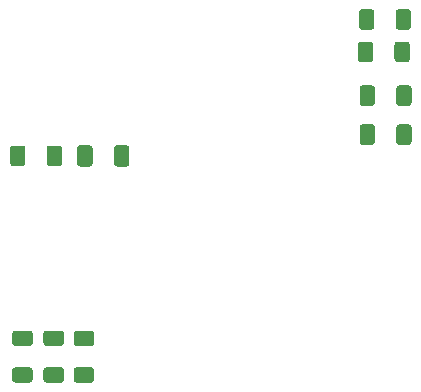
<source format=gbr>
%TF.GenerationSoftware,KiCad,Pcbnew,(5.1.10)-1*%
%TF.CreationDate,2021-12-06T12:22:38-06:00*%
%TF.ProjectId,FPGA-Shield,46504741-2d53-4686-9965-6c642e6b6963,rev?*%
%TF.SameCoordinates,Original*%
%TF.FileFunction,Paste,Bot*%
%TF.FilePolarity,Positive*%
%FSLAX46Y46*%
G04 Gerber Fmt 4.6, Leading zero omitted, Abs format (unit mm)*
G04 Created by KiCad (PCBNEW (5.1.10)-1) date 2021-12-06 12:22:38*
%MOMM*%
%LPD*%
G01*
G04 APERTURE LIST*
G04 APERTURE END LIST*
%TO.C,R6*%
G36*
G01*
X162450000Y-53525000D02*
X162450000Y-52275000D01*
G75*
G02*
X162700000Y-52025000I250000J0D01*
G01*
X163500000Y-52025000D01*
G75*
G02*
X163750000Y-52275000I0J-250000D01*
G01*
X163750000Y-53525000D01*
G75*
G02*
X163500000Y-53775000I-250000J0D01*
G01*
X162700000Y-53775000D01*
G75*
G02*
X162450000Y-53525000I0J250000D01*
G01*
G37*
G36*
G01*
X159350000Y-53525000D02*
X159350000Y-52275000D01*
G75*
G02*
X159600000Y-52025000I250000J0D01*
G01*
X160400000Y-52025000D01*
G75*
G02*
X160650000Y-52275000I0J-250000D01*
G01*
X160650000Y-53525000D01*
G75*
G02*
X160400000Y-53775000I-250000J0D01*
G01*
X159600000Y-53775000D01*
G75*
G02*
X159350000Y-53525000I0J250000D01*
G01*
G37*
%TD*%
%TO.C,R5*%
G36*
G01*
X159300000Y-47075000D02*
X159300000Y-45825000D01*
G75*
G02*
X159550000Y-45575000I250000J0D01*
G01*
X160350000Y-45575000D01*
G75*
G02*
X160600000Y-45825000I0J-250000D01*
G01*
X160600000Y-47075000D01*
G75*
G02*
X160350000Y-47325000I-250000J0D01*
G01*
X159550000Y-47325000D01*
G75*
G02*
X159300000Y-47075000I0J250000D01*
G01*
G37*
G36*
G01*
X162400000Y-47075000D02*
X162400000Y-45825000D01*
G75*
G02*
X162650000Y-45575000I250000J0D01*
G01*
X163450000Y-45575000D01*
G75*
G02*
X163700000Y-45825000I0J-250000D01*
G01*
X163700000Y-47075000D01*
G75*
G02*
X163450000Y-47325000I-250000J0D01*
G01*
X162650000Y-47325000D01*
G75*
G02*
X162400000Y-47075000I0J250000D01*
G01*
G37*
%TD*%
%TO.C,R8*%
G36*
G01*
X162450000Y-56825000D02*
X162450000Y-55575000D01*
G75*
G02*
X162700000Y-55325000I250000J0D01*
G01*
X163500000Y-55325000D01*
G75*
G02*
X163750000Y-55575000I0J-250000D01*
G01*
X163750000Y-56825000D01*
G75*
G02*
X163500000Y-57075000I-250000J0D01*
G01*
X162700000Y-57075000D01*
G75*
G02*
X162450000Y-56825000I0J250000D01*
G01*
G37*
G36*
G01*
X159350000Y-56825000D02*
X159350000Y-55575000D01*
G75*
G02*
X159600000Y-55325000I250000J0D01*
G01*
X160400000Y-55325000D01*
G75*
G02*
X160650000Y-55575000I0J-250000D01*
G01*
X160650000Y-56825000D01*
G75*
G02*
X160400000Y-57075000I-250000J0D01*
G01*
X159600000Y-57075000D01*
G75*
G02*
X159350000Y-56825000I0J250000D01*
G01*
G37*
%TD*%
%TO.C,R7*%
G36*
G01*
X159200000Y-49825000D02*
X159200000Y-48575000D01*
G75*
G02*
X159450000Y-48325000I250000J0D01*
G01*
X160250000Y-48325000D01*
G75*
G02*
X160500000Y-48575000I0J-250000D01*
G01*
X160500000Y-49825000D01*
G75*
G02*
X160250000Y-50075000I-250000J0D01*
G01*
X159450000Y-50075000D01*
G75*
G02*
X159200000Y-49825000I0J250000D01*
G01*
G37*
G36*
G01*
X162300000Y-49825000D02*
X162300000Y-48575000D01*
G75*
G02*
X162550000Y-48325000I250000J0D01*
G01*
X163350000Y-48325000D01*
G75*
G02*
X163600000Y-48575000I0J-250000D01*
G01*
X163600000Y-49825000D01*
G75*
G02*
X163350000Y-50075000I-250000J0D01*
G01*
X162550000Y-50075000D01*
G75*
G02*
X162300000Y-49825000I0J250000D01*
G01*
G37*
%TD*%
%TO.C,R4*%
G36*
G01*
X134075000Y-74100000D02*
X132825000Y-74100000D01*
G75*
G02*
X132575000Y-73850000I0J250000D01*
G01*
X132575000Y-73050000D01*
G75*
G02*
X132825000Y-72800000I250000J0D01*
G01*
X134075000Y-72800000D01*
G75*
G02*
X134325000Y-73050000I0J-250000D01*
G01*
X134325000Y-73850000D01*
G75*
G02*
X134075000Y-74100000I-250000J0D01*
G01*
G37*
G36*
G01*
X134075000Y-77200000D02*
X132825000Y-77200000D01*
G75*
G02*
X132575000Y-76950000I0J250000D01*
G01*
X132575000Y-76150000D01*
G75*
G02*
X132825000Y-75900000I250000J0D01*
G01*
X134075000Y-75900000D01*
G75*
G02*
X134325000Y-76150000I0J-250000D01*
G01*
X134325000Y-76950000D01*
G75*
G02*
X134075000Y-77200000I-250000J0D01*
G01*
G37*
%TD*%
%TO.C,R3*%
G36*
G01*
X136625000Y-74100000D02*
X135375000Y-74100000D01*
G75*
G02*
X135125000Y-73850000I0J250000D01*
G01*
X135125000Y-73050000D01*
G75*
G02*
X135375000Y-72800000I250000J0D01*
G01*
X136625000Y-72800000D01*
G75*
G02*
X136875000Y-73050000I0J-250000D01*
G01*
X136875000Y-73850000D01*
G75*
G02*
X136625000Y-74100000I-250000J0D01*
G01*
G37*
G36*
G01*
X136625000Y-77200000D02*
X135375000Y-77200000D01*
G75*
G02*
X135125000Y-76950000I0J250000D01*
G01*
X135125000Y-76150000D01*
G75*
G02*
X135375000Y-75900000I250000J0D01*
G01*
X136625000Y-75900000D01*
G75*
G02*
X136875000Y-76150000I0J-250000D01*
G01*
X136875000Y-76950000D01*
G75*
G02*
X136625000Y-77200000I-250000J0D01*
G01*
G37*
%TD*%
%TO.C,R2*%
G36*
G01*
X131425000Y-74100000D02*
X130175000Y-74100000D01*
G75*
G02*
X129925000Y-73850000I0J250000D01*
G01*
X129925000Y-73050000D01*
G75*
G02*
X130175000Y-72800000I250000J0D01*
G01*
X131425000Y-72800000D01*
G75*
G02*
X131675000Y-73050000I0J-250000D01*
G01*
X131675000Y-73850000D01*
G75*
G02*
X131425000Y-74100000I-250000J0D01*
G01*
G37*
G36*
G01*
X131425000Y-77200000D02*
X130175000Y-77200000D01*
G75*
G02*
X129925000Y-76950000I0J250000D01*
G01*
X129925000Y-76150000D01*
G75*
G02*
X130175000Y-75900000I250000J0D01*
G01*
X131425000Y-75900000D01*
G75*
G02*
X131675000Y-76150000I0J-250000D01*
G01*
X131675000Y-76950000D01*
G75*
G02*
X131425000Y-77200000I-250000J0D01*
G01*
G37*
%TD*%
%TO.C,R1*%
G36*
G01*
X132850000Y-58625000D02*
X132850000Y-57375000D01*
G75*
G02*
X133100000Y-57125000I250000J0D01*
G01*
X133900000Y-57125000D01*
G75*
G02*
X134150000Y-57375000I0J-250000D01*
G01*
X134150000Y-58625000D01*
G75*
G02*
X133900000Y-58875000I-250000J0D01*
G01*
X133100000Y-58875000D01*
G75*
G02*
X132850000Y-58625000I0J250000D01*
G01*
G37*
G36*
G01*
X129750000Y-58625000D02*
X129750000Y-57375000D01*
G75*
G02*
X130000000Y-57125000I250000J0D01*
G01*
X130800000Y-57125000D01*
G75*
G02*
X131050000Y-57375000I0J-250000D01*
G01*
X131050000Y-58625000D01*
G75*
G02*
X130800000Y-58875000I-250000J0D01*
G01*
X130000000Y-58875000D01*
G75*
G02*
X129750000Y-58625000I0J250000D01*
G01*
G37*
%TD*%
%TO.C,C1*%
G36*
G01*
X138537500Y-58650001D02*
X138537500Y-57349999D01*
G75*
G02*
X138787499Y-57100000I249999J0D01*
G01*
X139612501Y-57100000D01*
G75*
G02*
X139862500Y-57349999I0J-249999D01*
G01*
X139862500Y-58650001D01*
G75*
G02*
X139612501Y-58900000I-249999J0D01*
G01*
X138787499Y-58900000D01*
G75*
G02*
X138537500Y-58650001I0J249999D01*
G01*
G37*
G36*
G01*
X135412500Y-58650001D02*
X135412500Y-57349999D01*
G75*
G02*
X135662499Y-57100000I249999J0D01*
G01*
X136487501Y-57100000D01*
G75*
G02*
X136737500Y-57349999I0J-249999D01*
G01*
X136737500Y-58650001D01*
G75*
G02*
X136487501Y-58900000I-249999J0D01*
G01*
X135662499Y-58900000D01*
G75*
G02*
X135412500Y-58650001I0J249999D01*
G01*
G37*
%TD*%
M02*

</source>
